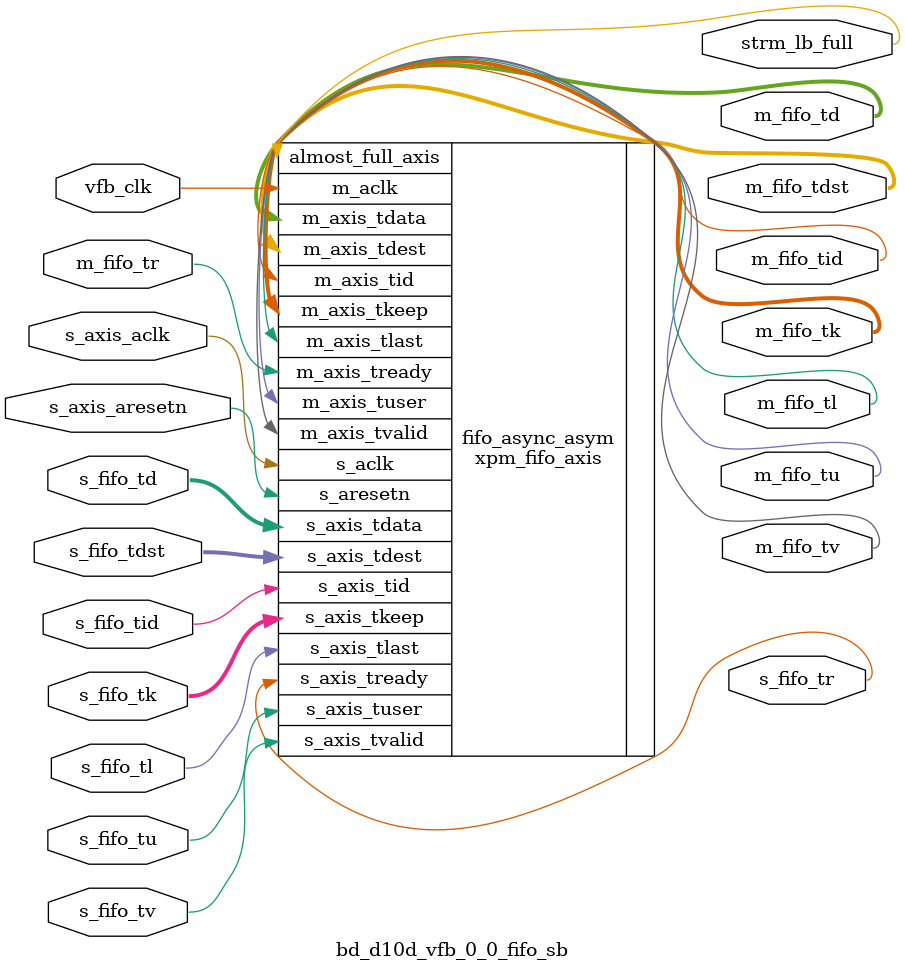
<source format=v>
`timescale 1ps/1ps
module bd_d10d_vfb_0_0_fifo_sb (
  input            s_axis_aclk    ,

  input         s_axis_aresetn ,
  input            vfb_clk        ,
  output    s_fifo_tr      ,
  input     s_fifo_tv      ,
  input      [64-1:0]  s_fifo_td      ,
  input      s_fifo_tid    ,   
  input      [1-1:0]  s_fifo_tu      ,
  input [9:0]      s_fifo_tdst      ,
  input      [8-1:0] s_fifo_tk      ,
  input      s_fifo_tl      ,
  input     m_fifo_tr      ,
  output     m_fifo_tv      ,
  output   [64-1:0]   m_fifo_td      ,
  output      m_fifo_tid    ,   
  output [9:0]    m_fifo_tdst    ,   
  output   [1-1:0]  m_fifo_tu      ,
  output    [8-1:0] m_fifo_tk      ,
  output      m_fifo_tl     , 
  output  strm_lb_full   
);

xpm_fifo_axis#(
      .CLOCKING_MODE("independent_clock"), // String
      .ECC_MODE("no_ecc"),            // String
      .FIFO_DEPTH(2048),              // DECIMAL
      .FIFO_MEMORY_TYPE("block"),      // String
      .PACKET_FIFO("false"),          // String
      .PROG_EMPTY_THRESH(10),         // DECIMAL
      .PROG_FULL_THRESH(2043),          // DECIMAL
      .RD_DATA_COUNT_WIDTH(1),        // DECIMAL
      .RELATED_CLOCKS(0),             // DECIMAL
      .SIM_ASSERT_CHK(0),             // DECIMAL; 0=disable simulation messages, 1=enable simulation messages
      .TDATA_WIDTH(64),               // DECIMAL
      .TDEST_WIDTH(10),                // DECIMAL
      .TID_WIDTH(1),                  // DECIMAL
      .TUSER_WIDTH(1),                // DECIMAL
      .USE_ADV_FEATURES("1008"),      // String
      .WR_DATA_COUNT_WIDTH(1)         // DECIMAL
 ) fifo_async_asym(
  .s_aclk            (s_axis_aclk    ),
  .s_aresetn         (s_axis_aresetn ),
  .m_aclk            (vfb_clk        ),
  .s_axis_tready     (s_fifo_tr      ),
  .s_axis_tvalid     (s_fifo_tv      ),
  .s_axis_tdata      (s_fifo_td      ),
  .s_axis_tid      ( s_fifo_tid      ),
  .s_axis_tuser      (s_fifo_tu      ),
  .s_axis_tdest      (s_fifo_tdst      ),
  .s_axis_tkeep      (s_fifo_tk      ),
  .s_axis_tlast      (s_fifo_tl      ),
  .m_axis_tready     (m_fifo_tr      ),
  .m_axis_tvalid     (m_fifo_tv      ),
  .m_axis_tdata      (m_fifo_td      ),
  .m_axis_tid        (m_fifo_tid      ),
  .m_axis_tdest      (m_fifo_tdst     ),
  .m_axis_tuser      (m_fifo_tu      ),
  .m_axis_tkeep      (m_fifo_tk      ),
  .m_axis_tlast      (m_fifo_tl      ),
  .almost_full_axis  (strm_lb_full   )
);
endmodule

</source>
